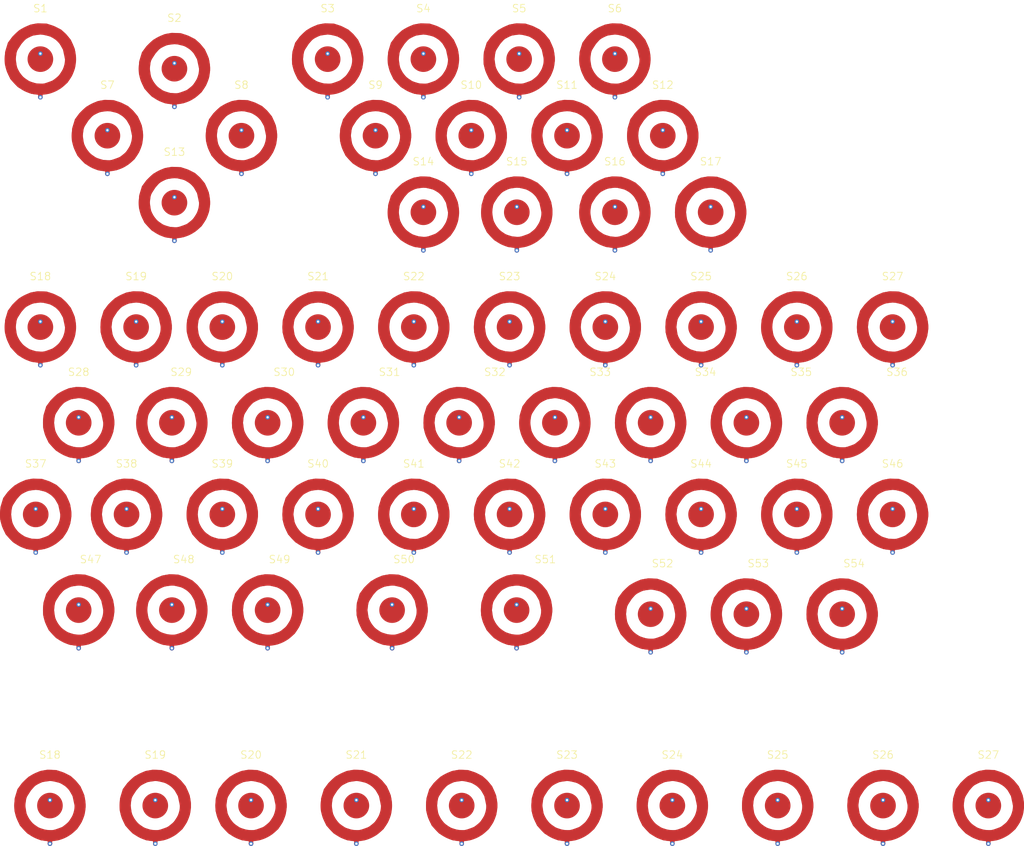
<source format=kicad_pcb>
(kicad_pcb (version 20240108) (generator "pcbnew") (generator_version "8.0")
  (layers (0 "F.Cu" signal) (31 "B.Cu" signal) (34 "B.Paste" user) (35 "F.Paste" user) (36 "B.SilkS" user "B.Silkscreen") (37 "F.SilkS" user "F.Silkscreen") (38 "B.Mask" user) (39 "F.Mask" user) (44 "Edge.Cuts" user))
  (net 0 "")
  (net 1 "Net-(D1-A)")
  (net 2 "Net-(D2-A)")
  (net 3 "Net-(D3-A)")
  (net 4 "Net-(D4-A)")
  (net 5 "Net-(D5-A)")
  (net 6 "Net-(D6-A)")
  (net 7 "Net-(D7-A)")
  (net 8 "Net-(D8-A)")
  (net 9 "Net-(D9-A)")
  (net 10 "Net-(D10-A)")
  (net 11 "Net-(D11-A)")
  (net 12 "Net-(D12-A)")
  (net 13 "Net-(D13-A)")
  (net 14 "Net-(D14-A)")
  (net 15 "Net-(D15-A)")
  (net 16 "Net-(D16-A)")
  (net 17 "Net-(D17-A)")
  (net 18 "Net-(D18-A)")
  (net 19 "Net-(D19-A)")
  (net 20 "Net-(D20-A)")
  (net 21 "Net-(D21-A)")
  (net 22 "Net-(D22-A)")
  (net 23 "Net-(D23-A)")
  (net 24 "Net-(D24-A)")
  (net 25 "Net-(D25-A)")
  (net 26 "Net-(D26-A)")
  (net 27 "Net-(D27-A)")
  (net 28 "Net-(D28-A)")
  (net 29 "Net-(D29-A)")
  (net 30 "Net-(D30-A)")
  (net 31 "Net-(D31-A)")
  (net 32 "Net-(D32-A)")
  (net 33 "Net-(D33-A)")
  (net 34 "Net-(D34-A)")
  (net 35 "Net-(D35-A)")
  (net 36 "Net-(D36-A)")
  (net 37 "Net-(D37-A)")
  (net 38 "Net-(D38-A)")
  (net 39 "Net-(D39-A)")
  (net 40 "Net-(D40-A)")
  (net 41 "Net-(D41-A)")
  (net 42 "Net-(D42-A)")
  (net 43 "Net-(D43-A)")
  (net 44 "Net-(D44-A)")
  (net 45 "Net-(D45-A)")
  (net 46 "Net-(D46-A)")
  (net 47 "Net-(D47-A)")
  (net 48 "Net-(D48-A)")
  (net 49 "Net-(D49-A)")
  (net 50 "Net-(D50-A)")
  (net 51 "Net-(D51-A)")
  (net 52 "Net-(D52-A)")
  (net 53 "Net-(D53-A)")
  (net 54 "Net-(D54-A)")
  (net 55 "Net-(S1-Pad1)")
  (net 56 "Net-(S19-Pad1)")
  (net 57 "Net-(S14-Pad1)")
  (net 58 "Net-(S10-Pad1)")
  (net 59 "Net-(S11-Pad1)")
  (net 60 "Net-(S12-Pad1)")
  (net 61 "Net-(S24-Pad1)")
  (net 62 "Net-(S25-Pad1)")
  (net 63 "Net-(S26-Pad1)")
  (net 64 "Net-(S27-Pad1)")
  (footprint "DomeSwitches:DomeSwitch_8mm_double_sided" (layer "F.Cu") (at 92.37 73.66)
    (property "Reference" "S33")
    (property "Value" "Keyswitch")
  )
  (footprint "DomeSwitches:DomeSwitch_8mm_double_sided" (layer "F.Cu") (at 117.77 73.66)
    (property "Reference" "S35")
    (property "Value" "Keyswitch")
  )
  (footprint "DomeSwitches:DomeSwitch_8mm_double_sided" (layer "F.Cu") (at 87.32 45.72)
    (property "Reference" "S15")
    (property "Value" "Keyswitch")
  )
  (footprint "DomeSwitches:DomeSwitch_8mm_double_sided" (layer "F.Cu") (at 79.67 73.66)
    (property "Reference" "S32")
    (property "Value" "Keyswitch")
  )
  (footprint "DomeSwitches:DomeSwitch_8mm_double_sided" (layer "F.Cu") (at 50.8 35.56)
    (property "Reference" "S8")
    (property "Value" "Keyswitch")
  )
  (footprint "DomeSwitches:DomeSwitch_8mm_double_sided" (layer "F.Cu") (at 70.78 98.52)
    (property "Reference" "S50")
    (property "Value" "Keyswitch")
  )
  (footprint "DomeSwitches:DomeSwitch_8mm_double_sided" (layer "F.Cu") (at 86.36 60.96)
    (property "Reference" "S23")
    (property "Value" "Keyswitch")
  )
  (footprint "DomeSwitches:DomeSwitch_8mm_double_sided" (layer "F.Cu") (at 137.16 60.96)
    (property "Reference" "S27")
    (property "Value" "Keyswitch")
  )
  (footprint "DomeSwitches:DomeSwitch_8mm_double_sided" (layer "F.Cu") (at 81.28 35.56)
    (property "Reference" "S10")
    (property "Value" "Keyswitch")
  )
  (footprint "DomeSwitches:DomeSwitch_8mm_double_sided" (layer "F.Cu") (at 135.89 124.46)
    (property "Reference" "S26")
    (property "Value" "Keyswitch")
  )
  (footprint "DomeSwitches:DomeSwitch_8mm_double_sided" (layer "F.Cu") (at 35.56 85.82)
    (property "Reference" "S38")
    (property "Value" "Keyswitch")
  )
  (footprint "DomeSwitches:DomeSwitch_8mm_double_sided" (layer "F.Cu") (at 60.96 60.96)
    (property "Reference" "S21")
    (property "Value" "Keyswitch")
  )
  (footprint "DomeSwitches:DomeSwitch_8mm_double_sided" (layer "F.Cu") (at 66.04 124.46)
    (property "Reference" "S21")
    (property "Value" "Keyswitch")
  )
  (footprint "DomeSwitches:DomeSwitch_8mm_double_sided" (layer "F.Cu") (at 60.96 85.82)
    (property "Reference" "S40")
    (property "Value" "Keyswitch")
  )
  (footprint "DomeSwitches:DomeSwitch_8mm_double_sided" (layer "F.Cu") (at 111.76 85.82)
    (property "Reference" "S44")
    (property "Value" "Keyswitch")
  )
  (footprint "DomeSwitches:DomeSwitch_8mm_double_sided" (layer "F.Cu") (at 130.47 99.06)
    (property "Reference" "S54")
    (property "Value" "Keyswitch")
  )
  (footprint "DomeSwitches:DomeSwitch_8mm_double_sided" (layer "F.Cu") (at 52.07 124.46)
    (property "Reference" "S20")
    (property "Value" "Keyswitch")
  )
  (footprint "DomeSwitches:DomeSwitch_8mm_double_sided" (layer "F.Cu") (at 36.83 60.96)
    (property "Reference" "S19")
    (property "Value" "Keyswitch")
  )
  (footprint "DomeSwitches:DomeSwitch_8mm_double_sided" (layer "F.Cu") (at 25.4 124.46)
    (property "Reference" "S18")
    (property "Value" "Keyswitch")
  )
  (footprint "DomeSwitches:DomeSwitch_8mm_double_sided" (layer "F.Cu") (at 99.06 85.82)
    (property "Reference" "S43")
    (property "Value" "Keyswitch")
  )
  (footprint "DomeSwitches:DomeSwitch_8mm_double_sided" (layer "F.Cu") (at 80.01 124.46)
    (property "Reference" "S22")
    (property "Value" "Keyswitch")
  )
  (footprint "DomeSwitches:DomeSwitch_8mm_double_sided" (layer "F.Cu") (at 74.93 45.72)
    (property "Reference" "S14")
    (property "Value" "Keyswitch")
  )
  (footprint "DomeSwitches:DomeSwitch_8mm_double_sided" (layer "F.Cu") (at 124.46 85.82)
    (property "Reference" "S45")
    (property "Value" "Keyswitch")
  )
  (footprint "DomeSwitches:DomeSwitch_8mm_double_sided" (layer "F.Cu") (at 41.57 73.66)
    (property "Reference" "S29")
    (property "Value" "Keyswitch")
  )
  (footprint "DomeSwitches:DomeSwitch_8mm_double_sided" (layer "F.Cu") (at 124.46 60.96)
    (property "Reference" "S26")
    (property "Value" "Keyswitch")
  )
  (footprint "DomeSwitches:DomeSwitch_8mm_double_sided" (layer "F.Cu") (at 137.16 85.82)
    (property "Reference" "S46")
    (property "Value" "Keyswitch")
  )
  (footprint "DomeSwitches:DomeSwitch_8mm_double_sided" (layer "F.Cu") (at 93.98 35.56)
    (property "Reference" "S11")
    (property "Value" "Keyswitch")
  )
  (footprint "DomeSwitches:DomeSwitch_8mm_double_sided" (layer "F.Cu") (at 100.33 25.4)
    (property "Reference" "S6")
    (property "Value" "Keyswitch")
  )
  (footprint "DomeSwitches:DomeSwitch_8mm_double_sided" (layer "F.Cu") (at 73.66 60.96)
    (property "Reference" "S22")
    (property "Value" "Keyswitch")
  )
  (footprint "DomeSwitches:DomeSwitch_8mm_double_sided" (layer "F.Cu") (at 105.07 99.06)
    (property "Reference" "S52")
    (property "Value" "Keyswitch")
  )
  (footprint "DomeSwitches:DomeSwitch_8mm_double_sided" (layer "F.Cu") (at 29.21 73.66)
    (property "Reference" "S28")
    (property "Value" "Keyswitch")
  )
  (footprint "DomeSwitches:DomeSwitch_8mm_double_sided" (layer "F.Cu") (at 87.63 25.4)
    (property "Reference" "S5")
    (property "Value" "Keyswitch")
  )
  (footprint "DomeSwitches:DomeSwitch_8mm_double_sided" (layer "F.Cu") (at 73.66 85.82)
    (property "Reference" "S41")
    (property "Value" "Keyswitch")
  )
  (footprint "DomeSwitches:DomeSwitch_8mm_double_sided" (layer "F.Cu") (at 113.03 45.72)
    (property "Reference" "S17")
    (property "Value" "Keyswitch")
  )
  (footprint "DomeSwitches:DomeSwitch_8mm_double_sided" (layer "F.Cu") (at 111.76 60.96)
    (property "Reference" "S25")
    (property "Value" "Keyswitch")
  )
  (footprint "DomeSwitches:DomeSwitch_8mm_double_sided" (layer "F.Cu") (at 33.02 35.56)
    (property "Reference" "S7")
    (property "Value" "Keyswitch")
  )
  (footprint "DomeSwitches:DomeSwitch_8mm_double_sided" (layer "F.Cu") (at 54.27 98.52)
    (property "Reference" "S49")
    (property "Value" "Keyswitch")
  )
  (footprint "DomeSwitches:DomeSwitch_8mm_double_sided" (layer "F.Cu") (at 149.86 124.46)
    (property "Reference" "S27")
    (property "Value" "Keyswitch")
  )
  (footprint "DomeSwitches:DomeSwitch_8mm_double_sided" (layer "F.Cu") (at 121.92 124.46)
    (property "Reference" "S25")
    (property "Value" "Keyswitch")
  )
  (footprint "DomeSwitches:DomeSwitch_8mm_double_sided" (layer "F.Cu") (at 48.26 85.82)
    (property "Reference" "S39")
    (property "Value" "Keyswitch")
  )
  (footprint "DomeSwitches:DomeSwitch_8mm_double_sided" (layer "F.Cu") (at 87.29 98.52)
    (property "Reference" "S51")
    (property "Value" "Keyswitch")
  )
  (footprint "DomeSwitches:DomeSwitch_8mm_double_sided" (layer "F.Cu") (at 48.26 60.96)
    (property "Reference" "S20")
    (property "Value" "Keyswitch")
  )
  (footprint "DomeSwitches:DomeSwitch_8mm_double_sided" (layer "F.Cu") (at 23.51 85.82)
    (property "Reference" "S37")
    (property "Value" "Keyswitch")
  )
  (footprint "DomeSwitches:DomeSwitch_8mm_double_sided" (layer "F.Cu") (at 86.36 85.82)
    (property "Reference" "S42")
    (property "Value" "Keyswitch")
  )
  (footprint "DomeSwitches:DomeSwitch_8mm_double_sided" (layer "F.Cu") (at 39.37 124.46)
    (property "Reference" "S19")
    (property "Value" "Keyswitch")
  )
  (footprint "DomeSwitches:DomeSwitch_8mm_double_sided" (layer "F.Cu") (at 99.06 60.96)
    (property "Reference" "S24")
    (property "Value" "Keyswitch")
  )
  (footprint "DomeSwitches:DomeSwitch_8mm_double_sided" (layer "F.Cu") (at 107.95 124.46)
    (property "Reference" "S24")
    (property "Value" "Keyswitch")
  )
  (footprint "DomeSwitches:DomeSwitch_8mm_double_sided" (layer "F.Cu") (at 106.68 35.56)
    (property "Reference" "S12")
    (property "Value" "Keyswitch")
  )
  (footprint "DomeSwitches:DomeSwitch_8mm_double_sided" (layer "F.Cu") (at 117.77 99.06)
    (property "Reference" "S53")
    (property "Value" "Keyswitch")
  )
  (footprint "DomeSwitches:DomeSwitch_8mm_double_sided" (layer "F.Cu") (at 29.21 98.52)
    (property "Reference" "S47")
    (property "Value" "Keyswitch")
  )
  (footprint "DomeSwitches:DomeSwitch_8mm_double_sided" (layer "F.Cu") (at 100.33 45.72)
    (property "Reference" "S16")
    (property "Value" "Keyswitch")
  )
  (footprint "DomeSwitches:DomeSwitch_8mm_double_sided" (layer "F.Cu") (at 41.57 98.52)
    (property "Reference" "S48")
    (property "Value" "Keyswitch")
  )
  (footprint "DomeSwitches:DomeSwitch_8mm_double_sided" (layer "F.Cu") (at 130.47 73.66)
    (property "Reference" "S36")
    (property "Value" "Keyswitch")
  )
  (footprint "DomeSwitches:DomeSwitch_8mm_double_sided" (layer "F.Cu") (at 105.07 73.66)
    (property "Reference" "S34")
    (property "Value" "Keyswitch")
  )
  (footprint "DomeSwitches:DomeSwitch_8mm_double_sided" (layer "F.Cu") (at 41.91 26.67)
    (property "Reference" "S2")
    (property "Value" "Keyswitch")
  )
  (footprint "DomeSwitches:DomeSwitch_8mm_double_sided" (layer "F.Cu") (at 24.13 60.96)
    (property "Reference" "S18")
    (property "Value" "Keyswitch")
  )
  (footprint "DomeSwitches:DomeSwitch_8mm_double_sided" (layer "F.Cu") (at 68.58 35.56)
    (property "Reference" "S9")
    (property "Value" "Keyswitch")
  )
  (footprint "DomeSwitches:DomeSwitch_8mm_double_sided" (layer "F.Cu") (at 93.98 124.46)
    (property "Reference" "S23")
    (property "Value" "Keyswitch")
  )
  (footprint "DomeSwitches:DomeSwitch_8mm_double_sided" (layer "F.Cu") (at 66.97 73.66)
    (property "Reference" "S31")
    (property "Value" "Keyswitch")
  )
  (footprint "DomeSwitches:DomeSwitch_8mm_double_sided" (layer "F.Cu") (at 74.93 25.4)
    (property "Reference" "S4")
    (property "Value" "Keyswitch")
  )
  (footprint "DomeSwitches:DomeSwitch_8mm_double_sided" (layer "F.Cu") (at 41.91 44.45)
    (property "Reference" "S13")
    (property "Value" "Keyswitch")
  )
  (footprint "DomeSwitches:DomeSwitch_8mm_double_sided" (layer "F.Cu") (at 24.13 25.4)
    (property "Reference" "S1")
    (property "Value" "Keyswitch")
  )
  (footprint "DomeSwitches:DomeSwitch_8mm_double_sided" (layer "F.Cu") (at 62.23 25.4)
    (property "Reference" "S3")
    (property "Value" "Keyswitch")
  )
  (footprint "DomeSwitches:DomeSwitch_8mm_double_sided" (layer "F.Cu") (at 54.27 73.66)
    (property "Reference" "S30")
    (property "Value" "Keyswitch")
  )
)
</source>
